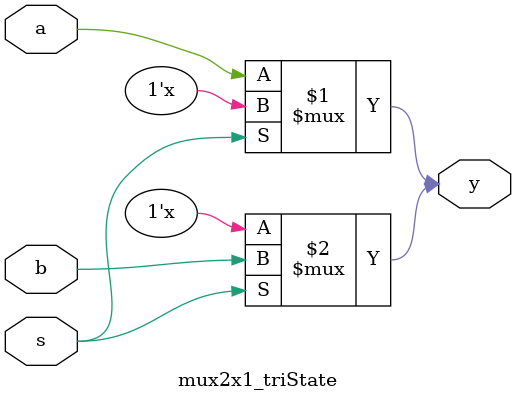
<source format=v>
module mux2x1_triState (a, b, s, y);
	
	input a, b ,s;
	output y;

	//bufif0 (out, in, ctl)	//tri-statue buffer: ctl=0, out=in;
	bufif0 b0 (y, a, s);

	//bufif1 (out, in, ctl)	//tri-statue buffer: ctl=1, out=in;
	bufif1 b1 (y, b, s);


endmodule


</source>
